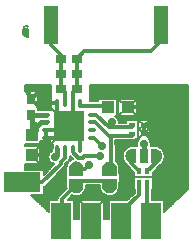
<source format=gtl>
G04 DipTrace 2.4.0.2*
%INlightning.gtl*%
%MOMM*%
%ADD13C,0.305*%
%ADD14C,0.381*%
%ADD15C,0.152*%
%ADD20O,0.35X0.8*%
%ADD21O,0.8X0.35*%
%ADD22R,2.6X2.6*%
%ADD23C,0.711*%
%ADD25R,0.737X1.2*%
%ADD27R,0.4X0.5*%
%ADD29R,0.5X0.4*%
%ADD30R,1.1X1.0*%
%ADD31R,1.0X1.1*%
%ADD32R,0.7X0.9*%
%ADD34R,1.6X1.7*%
%ADD35R,2.0X1.7*%
%ADD36R,1.7X1.6*%
%ADD37R,1.7X2.0*%
%ADD38R,1.3X3.2*%
%ADD39R,0.9X0.7*%
%ADD42C,0.711*%
%FSLAX53Y53*%
G04*
G71*
G90*
G75*
G01*
%LNTop*%
%LPD*%
X15420Y20523D2*
D13*
Y20272D1*
X17611D1*
X17723Y20160D1*
X19795Y17938D2*
Y17764D1*
X17815D1*
X16681Y18898D1*
X16395D1*
X17815Y17764D2*
X18002Y17577D1*
Y15102D1*
X17881Y14981D1*
X16395Y19548D2*
X16772D1*
X17844Y18476D1*
X18067D1*
X19795D1*
Y18638D1*
X18067Y18897D2*
Y18476D1*
X15071Y14981D2*
X15804D1*
X16140Y15317D1*
X14770Y20523D2*
Y18898D1*
X14445Y18573D1*
X22270Y27145D2*
Y25763D1*
X21430Y24923D1*
X15730D1*
X15095Y24288D1*
Y23018D1*
Y21748D1*
X14770Y20523D2*
Y21423D1*
X15095Y21748D1*
X15420Y16623D2*
Y17598D1*
X14445Y18573D1*
X15345Y19473D2*
X14445Y18573D1*
X12495Y18248D2*
Y17598D1*
Y16713D1*
X12540Y16668D1*
X12459D1*
Y15252D1*
X12540D1*
X11277Y16135D2*
X12008D1*
X12540Y16668D1*
X12495Y17598D2*
X13470D1*
X14445Y18573D1*
X12495Y18248D2*
X14120D1*
X14445Y18573D1*
X13470Y20523D2*
Y19548D1*
X14445Y18573D1*
X13470Y20523D2*
X12569D1*
X11573D1*
X11270Y20825D1*
X11029Y21748D2*
Y21066D1*
X11270Y20825D1*
X12540Y21748D2*
X12193D1*
X11270Y20825D1*
X19423Y20160D2*
X20478D1*
X20795Y20478D1*
X16985Y21748D2*
X18255D1*
X19525D1*
X20795D1*
X22065D1*
X23335D1*
Y20478D1*
X22065D1*
X20795D1*
X22065D2*
Y19208D1*
Y17938D1*
X23335D1*
Y19208D2*
Y17938D1*
Y16350D1*
Y14763D1*
Y13493D1*
X22327D1*
Y13623D1*
X22065Y14763D2*
Y13623D1*
X22327D1*
X12569Y20696D2*
Y20523D1*
X23023Y12364D2*
Y13181D1*
X23335Y13493D1*
X20795Y17938D2*
X22065D1*
X20795Y18638D2*
Y17938D1*
Y18638D2*
X21495D1*
X22065Y19208D1*
X14120Y20523D2*
Y21423D1*
X13795Y21748D1*
Y23018D1*
Y24288D1*
Y24620D1*
X12970Y25445D1*
Y27145D1*
X14120Y16623D2*
Y15849D1*
X13769Y15498D1*
Y15379D1*
X12200Y13810D1*
X11270D1*
X20397Y13754D2*
Y12777D1*
X18890Y11270D1*
X14770Y16623D2*
Y16367D1*
X15233Y15904D1*
X15608D1*
X15727Y16023D1*
X17084D1*
X21097Y13754D2*
Y11603D1*
X21430Y11270D1*
X16395Y17598D2*
X16590D1*
X17279Y16908D1*
X12495Y18898D2*
D14*
X12118D1*
X11690Y18470D1*
Y18248D1*
X11277Y17835D1*
X12495Y19548D2*
X11293D1*
X11270Y19525D1*
X11277Y17835D2*
Y19518D1*
X11588Y18573D2*
X11690Y18470D1*
X20795Y17062D2*
Y16051D1*
X20777Y16033D1*
X13470Y16623D2*
Y16154D1*
X13283Y15967D1*
X15071Y13493D2*
D13*
X14974D1*
X13841Y12360D1*
Y11301D1*
X13810Y11270D1*
X15071Y13493D2*
Y13953D1*
X17881D1*
Y13493D1*
X19684Y16033D2*
Y15466D1*
X20397Y14754D1*
X21869Y16033D2*
Y15526D1*
X21097Y14754D1*
D42*
X18067Y18897D3*
X17084Y16023D3*
X17279Y16908D3*
X20795Y20478D3*
X22065D3*
X23335D3*
X22065Y19208D3*
X23335D3*
X22065Y17938D3*
X23335D3*
Y16350D3*
Y14763D3*
X22065D3*
X22327Y13623D3*
X23335Y13493D3*
X16985Y21748D3*
X20795D3*
X22065D3*
X23335D3*
X19525D3*
X18255D3*
X12540D3*
X11029D3*
X12540Y15252D3*
X11588Y18573D3*
X12540Y16668D3*
X20795Y17062D3*
X13283Y15967D3*
X13963Y14623D3*
X16140Y15317D3*
X19088Y13738D3*
X18890Y16985D3*
X12569Y20696D3*
X23023Y12364D3*
X10751Y21981D2*
D15*
X12939D1*
X16258D2*
X24488D1*
X10751Y21832D2*
X12939D1*
X16258D2*
X24488D1*
X10751Y21683D2*
X12939D1*
X16258D2*
X24488D1*
X10751Y21534D2*
X12939D1*
X16258D2*
X24488D1*
X11869Y21385D2*
X12939D1*
X16258D2*
X24488D1*
X11869Y21236D2*
X12939D1*
X16258D2*
X24488D1*
X11869Y21087D2*
X12939D1*
X16258D2*
X24488D1*
X11869Y20938D2*
X12939D1*
X16258D2*
X24488D1*
X11869Y20789D2*
X12939D1*
X16258D2*
X16923D1*
X18523D2*
X18623D1*
X20223D2*
X24488D1*
X11869Y20640D2*
X12939D1*
X18523D2*
X18623D1*
X20223D2*
X24488D1*
X11869Y20491D2*
X12939D1*
X18523D2*
X18623D1*
X20223D2*
X24488D1*
X11869Y20342D2*
X12939D1*
X18523D2*
X18623D1*
X20223D2*
X24488D1*
X11869Y20193D2*
X12939D1*
X18523D2*
X18623D1*
X20223D2*
X24488D1*
X11869Y20044D2*
X12896D1*
X18523D2*
X18623D1*
X20223D2*
X24488D1*
X18523Y19894D2*
X18623D1*
X20223D2*
X24488D1*
X18523Y19745D2*
X18623D1*
X20223D2*
X24488D1*
X18523Y19596D2*
X18623D1*
X20223D2*
X24488D1*
X18523Y19447D2*
X18623D1*
X20223D2*
X24488D1*
X18516Y19298D2*
X24488D1*
X18616Y19149D2*
X24488D1*
X18663Y19000D2*
X19295D1*
X21294D2*
X24488D1*
X21294Y18851D2*
X24488D1*
X21294Y18702D2*
X24488D1*
X21294Y18553D2*
X24488D1*
X21294Y18404D2*
X24488D1*
X21294Y18255D2*
X24488D1*
X21294Y18106D2*
X24488D1*
X21294Y17957D2*
X24488D1*
X21294Y17808D2*
X24488D1*
X21294Y17658D2*
X24488D1*
X21294Y17509D2*
X24488D1*
X18404Y17360D2*
X20271D1*
X21318D2*
X24488D1*
X12027Y17211D2*
X12120D1*
X18404D2*
X20209D1*
X21380D2*
X24488D1*
X12027Y17062D2*
X12896D1*
X18404D2*
X20190D1*
X21399D2*
X24488D1*
X12027Y16913D2*
X13051D1*
X18404D2*
X20209D1*
X21380D2*
X24488D1*
X12027Y16764D2*
X13046D1*
X18404D2*
X19404D1*
X22149D2*
X24488D1*
X12027Y16615D2*
X13030D1*
X18404D2*
X19192D1*
X22361D2*
X24488D1*
X12027Y16466D2*
X12953D1*
X18404D2*
X19092D1*
X22461D2*
X24488D1*
X12027Y16317D2*
X12794D1*
X18404D2*
X19018D1*
X22533D2*
X24488D1*
X12027Y16168D2*
X12713D1*
X18404D2*
X18987D1*
X22566D2*
X24488D1*
X12027Y16019D2*
X12680D1*
X18404D2*
X18966D1*
X22587D2*
X24488D1*
X12027Y15870D2*
X12687D1*
X14522D2*
X14706D1*
X18404D2*
X18992D1*
X22561D2*
X24488D1*
X12027Y15721D2*
X12732D1*
X14501D2*
X14646D1*
X18404D2*
X19033D1*
X22521D2*
X24488D1*
X12027Y15572D2*
X12830D1*
X18506D2*
X19107D1*
X22447D2*
X24488D1*
X12027Y15422D2*
X13039D1*
X14255D2*
X14342D1*
X18611D2*
X19230D1*
X22323D2*
X24488D1*
X10751Y15273D2*
X13101D1*
X14155D2*
X14270D1*
X18682D2*
X19335D1*
X22178D2*
X24488D1*
X10751Y15124D2*
X12951D1*
X14074D2*
X14223D1*
X18730D2*
X19464D1*
X22030D2*
X24488D1*
X10751Y14975D2*
X12803D1*
X13927D2*
X14223D1*
X18730D2*
X19614D1*
X21880D2*
X24488D1*
X12319Y14826D2*
X12653D1*
X13779D2*
X14223D1*
X18730D2*
X19761D1*
X21730D2*
X24488D1*
X12319Y14677D2*
X12506D1*
X13629D2*
X14223D1*
X18730D2*
X19911D1*
X21583D2*
X24488D1*
X13479Y14528D2*
X14154D1*
X18775D2*
X19947D1*
X21547D2*
X24488D1*
X13332Y14379D2*
X14154D1*
X18775D2*
X19947D1*
X21547D2*
X24488D1*
X13182Y14230D2*
X14154D1*
X18775D2*
X19947D1*
X21547D2*
X24488D1*
X13034Y14081D2*
X14154D1*
X18775D2*
X19947D1*
X21547D2*
X24488D1*
X12884Y13932D2*
X14154D1*
X18775D2*
X19947D1*
X21547D2*
X24488D1*
X12734Y13783D2*
X14223D1*
X18730D2*
X19947D1*
X21547D2*
X24488D1*
X12586Y13634D2*
X14223D1*
X18730D2*
X19947D1*
X21547D2*
X24488D1*
X12424Y13485D2*
X14223D1*
X15920D2*
X17030D1*
X18730D2*
X19947D1*
X21547D2*
X24488D1*
X12319Y13336D2*
X14225D1*
X15918D2*
X17032D1*
X18727D2*
X19947D1*
X21547D2*
X24488D1*
X12319Y13186D2*
X14106D1*
X15868D2*
X17085D1*
X18677D2*
X19995D1*
X21499D2*
X24412D1*
X12319Y13037D2*
X13956D1*
X15791D2*
X17161D1*
X18601D2*
X19995D1*
X21499D2*
X24262D1*
X12319Y12888D2*
X13808D1*
X15687D2*
X17266D1*
X18496D2*
X19947D1*
X21499D2*
X24112D1*
X12319Y12739D2*
X13658D1*
X15468D2*
X17483D1*
X18277D2*
X19797D1*
X21499D2*
X23964D1*
X11424Y12590D2*
X13515D1*
X14634D2*
X19647D1*
X21499D2*
X23814D1*
X11574Y12441D2*
X13449D1*
X14484D2*
X19499D1*
X21499D2*
X23667D1*
X11722Y12292D2*
X12710D1*
X14910D2*
X15251D1*
X17449D2*
X17790D1*
X22530D2*
X23517D1*
X11872Y12143D2*
X12710D1*
X14910D2*
X15251D1*
X17449D2*
X17790D1*
X22530D2*
X23367D1*
X12022Y11994D2*
X12710D1*
X14910D2*
X15251D1*
X17449D2*
X17790D1*
X22530D2*
X23219D1*
X12169Y11845D2*
X12710D1*
X14910D2*
X15251D1*
X17449D2*
X17790D1*
X22530D2*
X23069D1*
X12319Y11696D2*
X12710D1*
X14910D2*
X15251D1*
X17449D2*
X17790D1*
X22530D2*
X22921D1*
X12467Y11547D2*
X12710D1*
X14910D2*
X15251D1*
X17449D2*
X17790D1*
X22530D2*
X22771D1*
X12617Y11398D2*
X12710D1*
X14910D2*
X15251D1*
X17449D2*
X17790D1*
X22530D2*
X22621D1*
X14910Y11249D2*
X15251D1*
X17449D2*
X17790D1*
X14910Y11100D2*
X15251D1*
X17449D2*
X17790D1*
X14910Y10950D2*
X15251D1*
X17449D2*
X17790D1*
X14910Y10801D2*
X15251D1*
X17449D2*
X17790D1*
X12721Y19956D2*
X12770Y19954D1*
X12845Y19938D1*
X12913Y19909D1*
X12910Y19994D1*
Y20107D1*
X12955D1*
Y22075D1*
X10736D1*
Y21508D1*
X10975Y21510D1*
X11855D1*
Y19974D1*
X12495Y19973D1*
X12571Y19966D1*
X12605Y19956D1*
X12720Y19955D1*
X12285Y17188D2*
X12213Y17192D1*
X12139Y17209D1*
X12069Y17240D1*
X12011Y17280D1*
X12012Y17050D1*
X10738D1*
X10736Y16917D1*
X10786Y16920D1*
X12012D1*
Y15350D1*
X10736D1*
Y14893D1*
X11235Y14895D1*
X12305D1*
Y14464D1*
X13221Y15379D1*
X13145Y15393D1*
X13072Y15415D1*
X13003Y15447D1*
X12938Y15488D1*
X12880Y15536D1*
X12827Y15591D1*
X12783Y15653D1*
X12747Y15720D1*
X12719Y15791D1*
X12702Y15865D1*
X12693Y15941D1*
X12695Y16017D1*
X12706Y16092D1*
X12727Y16166D1*
X12758Y16236D1*
X12797Y16301D1*
X12844Y16361D1*
X12898Y16414D1*
X12959Y16460D1*
X13045Y16506D1*
Y16623D1*
X13052Y16698D1*
X13061Y16733D1*
X13063Y16848D1*
X13069Y16931D1*
X13091Y17004D1*
X13110Y17040D1*
X13008Y17038D1*
X12910D1*
Y17235D1*
X12843Y17207D1*
X12769Y17191D1*
X12659Y17188D1*
X12270D1*
X21707Y16867D2*
X21840D1*
X21922Y16852D1*
X22089Y16789D1*
X22197Y16721D1*
X22334Y16625D1*
X22382Y16581D1*
X22444Y16469D1*
X22510Y16337D1*
X22530Y16276D1*
X22568Y16076D1*
Y15989D1*
X22530Y15789D1*
X22510Y15728D1*
X22410Y15528D1*
X22373Y15474D1*
X22272Y15397D1*
X22215Y15357D1*
X22190Y15311D1*
X22143Y15253D1*
X21531Y14641D1*
Y14269D1*
X20662Y14272D1*
X20603Y14269D1*
X19962D1*
X19961Y14642D1*
X19411Y15193D1*
X19362Y15251D1*
X19294Y15388D1*
X19219Y15440D1*
X19171Y15484D1*
X19109Y15596D1*
X19044Y15728D1*
X19023Y15789D1*
X18985Y15989D1*
Y16076D1*
X19023Y16276D1*
X19044Y16337D1*
X19144Y16537D1*
X19180Y16591D1*
X19281Y16668D1*
X19425Y16769D1*
X19542Y16819D1*
X19631Y16852D1*
X19713Y16867D1*
X19849D1*
X19848Y16886D1*
X20231Y16887D1*
X20213Y16961D1*
X20205Y17037D1*
X20207Y17113D1*
X20218Y17188D1*
X20239Y17261D1*
X20269Y17331D1*
X20308Y17397D1*
X20356Y17456D1*
X20405Y17505D1*
X20310Y17503D1*
Y19072D1*
X21280D1*
Y17503D1*
X21188D1*
X21234Y17457D1*
X21281Y17397D1*
X21320Y17332D1*
X21350Y17262D1*
X21372Y17189D1*
X21385Y17062D1*
X21380Y16986D1*
X21357Y16887D1*
X21705Y16886D1*
Y16865D1*
X20038Y14239D2*
X20831Y14236D1*
X20891Y14239D1*
X21531D1*
Y13269D1*
X21481D1*
X21484Y12916D1*
Y12304D1*
X22515Y12305D1*
Y11274D1*
X24505Y13265D1*
X24504Y16357D1*
X24502Y22075D1*
X16242D1*
X16243Y20979D1*
Y20658D1*
X16937Y20659D1*
X16938Y20895D1*
X18507D1*
Y19425D1*
X18329D1*
X18391Y19390D1*
X18452Y19345D1*
X18506Y19291D1*
X18553Y19232D1*
X18592Y19166D1*
X18623Y19096D1*
X18644Y19023D1*
X18658Y18897D1*
X18655Y18861D1*
X19134Y18863D1*
X19313D1*
X19310Y19072D1*
X20280D1*
X20277Y18203D1*
X20280Y18144D1*
Y17503D1*
X20082D1*
X20009Y17441D1*
X19942Y17406D1*
X19869Y17384D1*
X19795Y17377D1*
X18388D1*
X18389Y16510D1*
Y15669D1*
X18439Y15636D1*
X18517Y15535D1*
X18617Y15391D1*
X18667Y15274D1*
X18700Y15186D1*
X18715Y15103D1*
Y14639D1*
X18759Y14640D1*
Y13833D1*
X18714D1*
X18715Y13370D1*
X18700Y13288D1*
X18638Y13121D1*
X18569Y13013D1*
X18473Y12876D1*
X18429Y12828D1*
X18317Y12766D1*
X18186Y12700D1*
X18122Y12679D1*
X17922Y12644D1*
X17840D1*
X17640Y12679D1*
X17576Y12700D1*
X17376Y12800D1*
X17322Y12837D1*
X17245Y12938D1*
X17144Y13082D1*
X17094Y13199D1*
X17061Y13288D1*
X17046Y13370D1*
X17042Y13566D1*
X15907D1*
X15906Y13370D1*
X15891Y13288D1*
X15828Y13121D1*
X15760Y13013D1*
X15664Y12876D1*
X15620Y12828D1*
X15508Y12766D1*
X15376Y12700D1*
X15313Y12679D1*
X15113Y12644D1*
X15030D1*
X14830Y12679D1*
X14767Y12700D1*
X14743Y12712D1*
X14333Y12305D1*
X14895D1*
Y10735D1*
X15265Y10738D1*
Y12305D1*
X17435D1*
Y10737D1*
X17807Y10736D1*
X17805Y11235D1*
Y12305D1*
X19379D1*
X20009Y12936D1*
X20010Y13270D1*
X19962Y13269D1*
Y14239D1*
X20038D1*
X18653Y20895D2*
X20207D1*
Y19425D1*
X18638D1*
Y20895D1*
X18653D1*
X14237Y14642D2*
Y15103D1*
X14252Y15186D1*
X14315Y15353D1*
X14383Y15460D1*
X14479Y15598D1*
X14523Y15645D1*
X14635Y15707D1*
X14786Y15781D1*
X14798Y15792D1*
X14507Y16082D1*
Y15849D1*
X14500Y15774D1*
X14477Y15701D1*
X14442Y15634D1*
X14394Y15576D1*
X14153Y15335D1*
X14126Y15231D1*
X14090Y15163D1*
X14043Y15105D1*
X12474Y13536D1*
X12415Y13488D1*
X12343Y13451D1*
X12305Y13371D1*
Y12725D1*
X11274D1*
X12726Y11274D1*
X12725Y12305D1*
X13456D1*
X13454Y12360D1*
X13462Y12436D1*
X13484Y12508D1*
X13520Y12575D1*
X13568Y12634D1*
X14246Y13312D1*
X14237Y13370D1*
Y13835D1*
X14168Y13833D1*
Y14640D1*
X14237D1*
X12495Y17598D2*
X12934Y17248D1*
X12495Y17598D2*
X12056Y17248D1*
X12911Y20107D2*
X14445Y18573D1*
X12911Y17038D1*
X20311Y18372D2*
X21279Y17503D1*
Y18372D2*
X20311Y17503D1*
Y19072D2*
X21279Y18203D1*
Y19072D2*
X20311Y18203D1*
X18638Y20894D2*
X20207Y19426D1*
Y20894D2*
X18638Y19426D1*
X11277Y16135D2*
X12012Y15351D1*
Y16919D2*
X11277Y16135D1*
X10686Y21509D2*
X11855Y20141D1*
Y21509D2*
X11270Y20825D1*
X15266Y12304D2*
X16350Y11270D1*
X17434Y12304D2*
X16350Y11270D1*
D20*
X15420Y20523D3*
X14770D3*
X14120D3*
X13470D3*
D21*
X12495Y19548D3*
Y18898D3*
Y18248D3*
Y17598D3*
D20*
X13470Y16623D3*
X14120D3*
X14770D3*
X15420D3*
D21*
X16395Y17598D3*
Y18248D3*
Y18898D3*
Y19548D3*
D22*
X14445Y18573D3*
D23*
X15345Y19473D3*
Y18573D3*
Y17673D3*
X14445Y19473D3*
Y18573D3*
Y17673D3*
X13545Y19473D3*
Y18573D3*
Y17673D3*
G36*
X21840Y15433D2*
X21400D1*
Y16633D1*
X21840D1*
X22000Y16573D1*
X22200Y16433D1*
X22300Y16233D1*
X22338Y16033D1*
X22300Y15833D1*
X22200Y15633D1*
X22000Y15493D1*
X21840Y15433D1*
G37*
G36*
X19713Y16633D2*
X20153D1*
Y15433D1*
X19713D1*
X19553Y15493D1*
X19353Y15633D1*
X19253Y15833D1*
X19215Y16033D1*
X19253Y16233D1*
X19353Y16433D1*
X19553Y16573D1*
X19713Y16633D1*
G37*
D25*
X20777Y16033D3*
D27*
X20397Y13754D3*
X21097D3*
Y14754D3*
X20397D3*
D29*
X20795Y17938D3*
Y18638D3*
X19795D3*
Y17938D3*
D30*
X17723Y20160D3*
X19423D3*
D31*
X11277Y17835D3*
Y16135D3*
D32*
X11270Y19525D3*
Y20825D3*
G36*
X18481Y15103D2*
Y14363D1*
X17281D1*
Y15103D1*
X17341Y15263D1*
X17481Y15463D1*
X17681Y15563D1*
X17881Y15599D1*
X18081Y15563D1*
X18281Y15463D1*
X18421Y15263D1*
X18481Y15103D1*
G37*
G36*
X17281Y13370D2*
Y14110D1*
X18481D1*
Y13370D1*
X18421Y13210D1*
X18281Y13010D1*
X18081Y12910D1*
X17881Y12875D1*
X17681Y12910D1*
X17481Y13010D1*
X17341Y13210D1*
X17281Y13370D1*
G37*
G36*
X15671Y15103D2*
Y14363D1*
X14471D1*
Y15103D1*
X14531Y15263D1*
X14671Y15463D1*
X14871Y15563D1*
X15071Y15599D1*
X15271Y15563D1*
X15471Y15463D1*
X15611Y15263D1*
X15671Y15103D1*
G37*
G36*
X14471Y13370D2*
Y14110D1*
X15671D1*
Y13370D1*
X15611Y13210D1*
X15471Y13010D1*
X15271Y12910D1*
X15071Y12875D1*
X14871Y12910D1*
X14671Y13010D1*
X14531Y13210D1*
X14471Y13370D1*
G37*
D34*
X11270Y13810D3*
D35*
X10000D3*
D36*
X13810Y11270D3*
D37*
Y10000D3*
D36*
X16350Y11270D3*
D37*
Y10000D3*
D36*
X18890Y11270D3*
D37*
Y10000D3*
D36*
X21430Y11270D3*
D37*
Y10000D3*
D38*
X12970Y27145D3*
X22270D3*
D39*
X13795Y21748D3*
X15095D3*
X13795Y23018D3*
X15095D3*
Y24288D3*
X13795D3*
G36*
X11079Y26032D2*
X10889Y26061D1*
X10741Y26121D1*
X10647Y26197D1*
X10571Y26273D1*
X10508Y26386D1*
X10482Y26451D1*
X10462Y26546D1*
X10452Y26597D1*
X10447Y26680D1*
X10470Y26745D1*
X10508Y26783D1*
X10533Y26808D1*
X10546Y26872D1*
X10541Y26897D1*
X10526Y26948D1*
X10495Y26976D1*
X10577Y27075D1*
X10653Y27024D1*
X10671D1*
X10707Y27113D1*
X10762Y27126D1*
X10863Y27136D1*
X10757Y26883D1*
Y26851D1*
X10764Y26808D1*
X10787Y26798D1*
X10838Y26818D1*
X10901Y26934D1*
X10972Y27105D1*
X11023Y27080D1*
X11077Y27016D1*
X11003Y26826D1*
X11041Y26832D1*
X11079D1*
Y26032D1*
G37*
M02*

</source>
